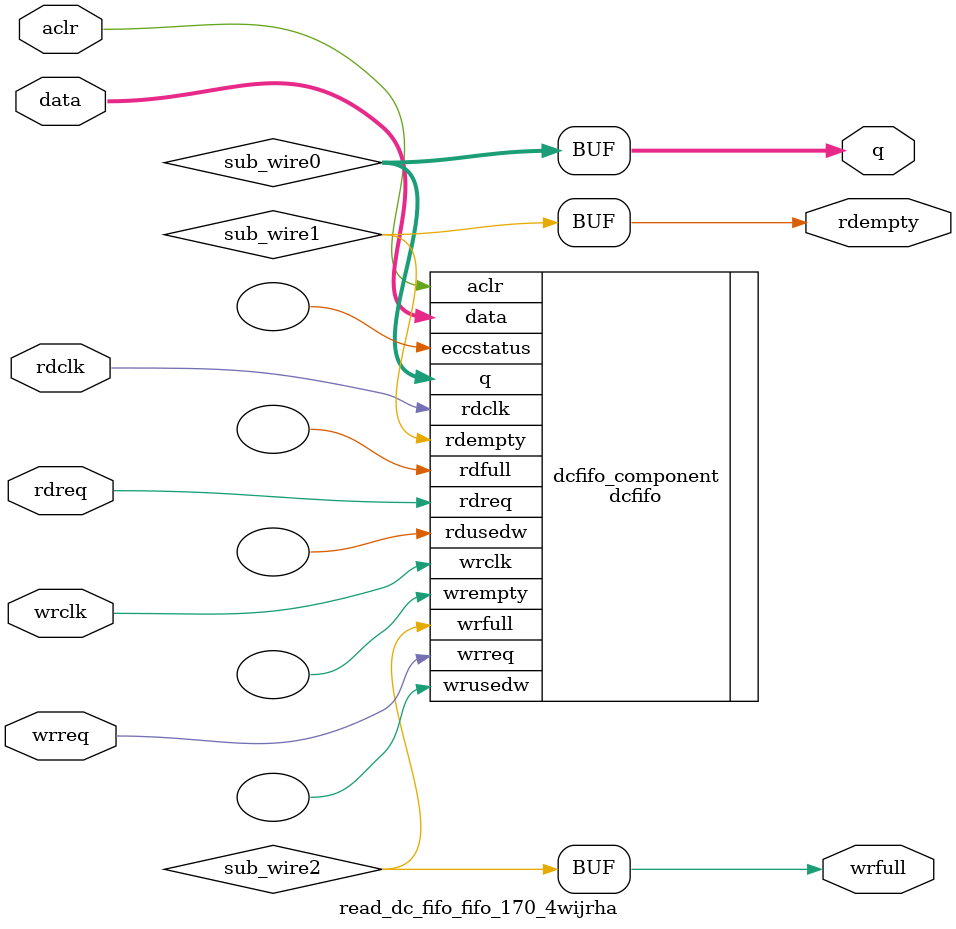
<source format=v>



`timescale 1 ps / 1 ps
// synopsys translate_on
module  read_dc_fifo_fifo_170_4wijrha  (
    aclr,
    data,
    rdclk,
    rdreq,
    wrclk,
    wrreq,
    q,
    rdempty,
    wrfull);

    input    aclr;
    input  [63:0]  data;
    input    rdclk;
    input    rdreq;
    input    wrclk;
    input    wrreq;
    output [63:0]  q;
    output   rdempty;
    output   wrfull;
`ifndef ALTERA_RESERVED_QIS
// synopsys translate_off
`endif
    tri0     aclr;
`ifndef ALTERA_RESERVED_QIS
// synopsys translate_on
`endif

    wire [63:0] sub_wire0;
    wire  sub_wire1;
    wire  sub_wire2;
    wire [63:0] q = sub_wire0[63:0];
    wire  rdempty = sub_wire1;
    wire  wrfull = sub_wire2;

    dcfifo  dcfifo_component (
                .aclr (aclr),
                .data (data),
                .rdclk (rdclk),
                .rdreq (rdreq),
                .wrclk (wrclk),
                .wrreq (wrreq),
                .q (sub_wire0),
                .rdempty (sub_wire1),
                .wrfull (sub_wire2),
                .eccstatus (),
                .rdfull (),
                .rdusedw (),
                .wrempty (),
                .wrusedw ());
    defparam
        dcfifo_component.enable_ecc  = "FALSE",
        dcfifo_component.intended_device_family  = "Arria 10",
        dcfifo_component.lpm_hint  = "DISABLE_DCFIFO_EMBEDDED_TIMING_CONSTRAINT=TRUE",
        dcfifo_component.lpm_numwords  = 64,
        dcfifo_component.lpm_showahead  = "OFF",
        dcfifo_component.lpm_type  = "dcfifo",
        dcfifo_component.lpm_width  = 64,
        dcfifo_component.lpm_widthu  = 6,
        dcfifo_component.overflow_checking  = "ON",
        dcfifo_component.rdsync_delaypipe  = 4,
        dcfifo_component.read_aclr_synch  = "OFF",
        dcfifo_component.underflow_checking  = "ON",
        dcfifo_component.use_eab  = "ON",
        dcfifo_component.write_aclr_synch  = "ON",
        dcfifo_component.wrsync_delaypipe  = 4;


endmodule



</source>
